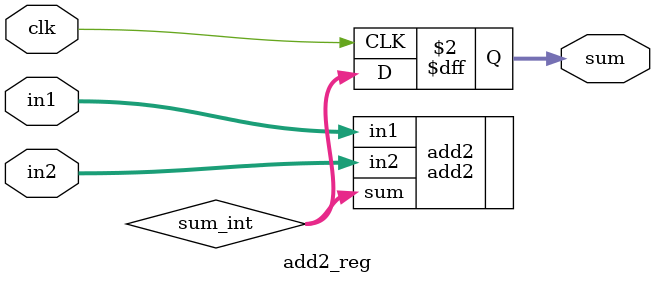
<source format=v>

module add2_reg
  #(parameter WIDTH=16)
    (input clk,
     input [WIDTH-1:0] in1,
     input [WIDTH-1:0] in2,
     output reg [WIDTH-1:0] sum);

   wire [WIDTH-1:0] sum_int;
   
   add2 #(.WIDTH(WIDTH)) add2 (.in1(in1),.in2(in2),.sum(sum_int));

   always @(posedge clk)
     sum <= sum_int;
   
endmodule // add2_reg


</source>
